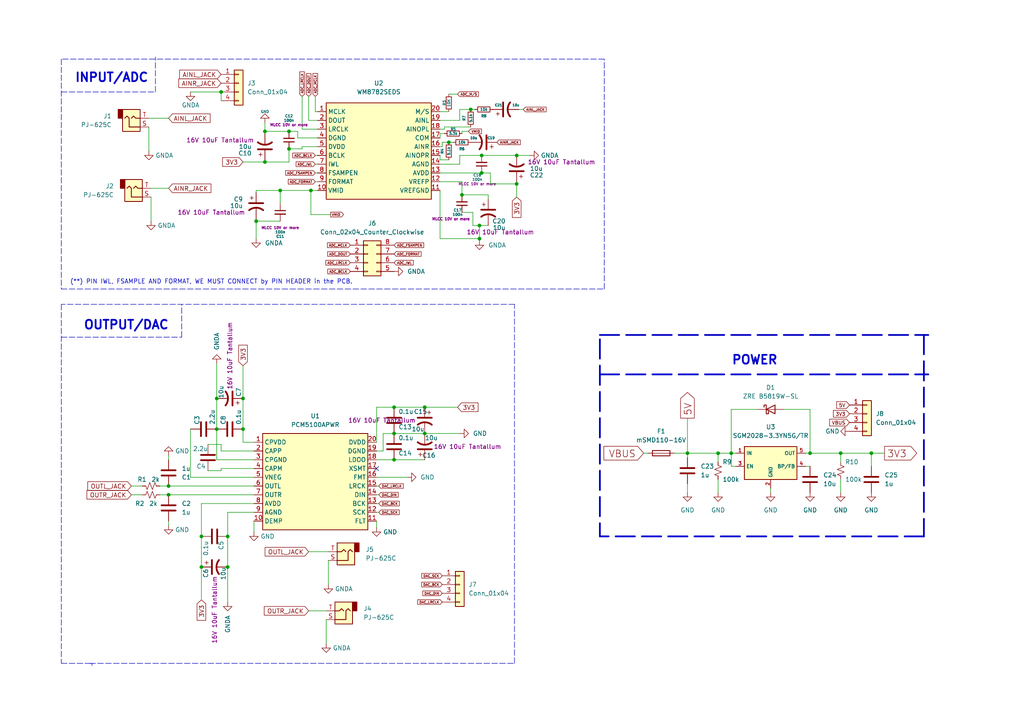
<source format=kicad_sch>
(kicad_sch (version 20211123) (generator eeschema)
  (paper "A4")
  (lib_symbols
    (symbol "Connector:AudioJack2"
      (property "Reference" "J" (at 0 8.89 0))
      (property "Value" "AudioJack2" (at 0 6.35 0))
      (symbol "AudioJack2_1_1"
        (pin passive line (at 5.08 2.54 180) (length 2.54) (name "~") (number "S"))
        (pin passive line (at 5.08 0 180) (length 2.54) (name "~") (number "T"))
      )
    )
    (symbol "Connector_Generic:Conn_01x04" (pin_names (offset 1.016) hide)
      (property "Reference" "J" (at 0 5.08 0))
      (property "Value" "Conn_01x04" (at 0 -7.62 0))
      (symbol "Conn_01x04_1_1"
        (pin passive line (at -5.08 2.54 0) (length 3.81) (name "Pin_1") (number "1"))
        (pin passive line (at -5.08 0 0) (length 3.81) (name "Pin_2") (number "2"))
        (pin passive line (at -5.08 -2.54 0) (length 3.81) (name "Pin_3") (number "3"))
        (pin passive line (at -5.08 -5.08 0) (length 3.81) (name "Pin_4") (number "4"))
      )
    )
    (symbol "Connector_Generic:Conn_02x04_Counter_Clockwise" (pin_names (offset 1.016) hide)
      (property "Reference" "J" (at 1.27 5.08 0))
      (property "Value" "Conn_02x04_Counter_Clockwise" (at 1.27 -7.62 0))
      (symbol "Conn_02x04_Counter_Clockwise_1_1"
        (pin passive line (at -5.08 2.54 0) (length 3.81) (name "Pin_1") (number "1"))
        (pin passive line (at -5.08 0 0) (length 3.81) (name "Pin_2") (number "2"))
        (pin passive line (at -5.08 -2.54 0) (length 3.81) (name "Pin_3") (number "3"))
        (pin passive line (at -5.08 -5.08 0) (length 3.81) (name "Pin_4") (number "4"))
        (pin passive line (at 7.62 -5.08 180) (length 3.81) (name "Pin_5") (number "5"))
        (pin passive line (at 7.62 -2.54 180) (length 3.81) (name "Pin_6") (number "6"))
        (pin passive line (at 7.62 0 180) (length 3.81) (name "Pin_7") (number "7"))
        (pin passive line (at 7.62 2.54 180) (length 3.81) (name "Pin_8") (number "8"))
      )
    )
    (symbol "Device:C" (pin_numbers hide) (pin_names (offset 0.254))
      (property "Reference" "C" (at 0.635 2.54 0))
      (property "Value" "C" (at 0.635 -2.54 0))
      (symbol "C_1_1"
        (pin passive line (at 0 3.81 270) (length 2.794) (name "~") (number "1"))
        (pin passive line (at 0 -3.81 90) (length 2.794) (name "~") (number "2"))
      )
    )
    (symbol "Device:CP1" (pin_numbers hide) (pin_names (offset 0.254) hide)
      (property "Reference" "C" (at 0.635 2.54 0))
      (property "Value" "CP1" (at 0.635 -2.54 0))
      (symbol "CP1_1_1"
        (pin passive line (at 0 3.81 270) (length 2.794) (name "~") (number "1"))
        (pin passive line (at 0 -3.81 90) (length 3.302) (name "~") (number "2"))
      )
    )
    (symbol "Device:C_Small" (pin_numbers hide) (pin_names (offset 0.254) hide)
      (property "Reference" "C" (at 0.254 1.778 0))
      (property "Value" "C_Small" (at 0.254 -2.032 0))
      (symbol "C_Small_1_1"
        (pin passive line (at 0 2.54 270) (length 2.032) (name "~") (number "1"))
        (pin passive line (at 0 -2.54 90) (length 2.032) (name "~") (number "2"))
      )
    )
    (symbol "Device:Fuse" (pin_numbers hide) (pin_names (offset 0))
      (property "Reference" "F" (at 2.032 0 90))
      (property "Value" "Fuse" (at -1.905 0 90))
      (symbol "Fuse_1_1"
        (pin passive line (at 0 3.81 270) (length 1.27) (name "~") (number "1"))
        (pin passive line (at 0 -3.81 90) (length 1.27) (name "~") (number "2"))
      )
    )
    (symbol "Device:R_Small" (pin_numbers hide) (pin_names (offset 0.254) hide)
      (property "Reference" "R" (at 0.762 0.508 0))
      (property "Value" "R_Small" (at 0.762 -1.016 0))
      (symbol "R_Small_1_1"
        (pin passive line (at 0 2.54 270) (length 0.762) (name "~") (number "1"))
        (pin passive line (at 0 -2.54 90) (length 0.762) (name "~") (number "2"))
      )
    )
    (symbol "Device:R_Small_US" (pin_numbers hide) (pin_names (offset 0.254) hide)
      (property "Reference" "R" (at 0.762 0.508 0))
      (property "Value" "R_Small_US" (at 0.762 -1.016 0))
      (symbol "R_Small_US_1_1"
        (pin passive line (at 0 2.54 270) (length 1.016) (name "~") (number "1"))
        (pin passive line (at 0 -2.54 90) (length 1.016) (name "~") (number "2"))
      )
    )
    (symbol "Diode:1N5711" (pin_numbers hide) (pin_names (offset 1.016) hide)
      (property "Reference" "D" (at 0 2.54 0))
      (property "Value" "1N5711" (at 0 -2.54 0))
      (symbol "1N5711_1_1"
        (pin passive line (at -3.81 0 0) (length 2.54) (name "K") (number "1"))
        (pin passive line (at 3.81 0 180) (length 2.54) (name "A") (number "2"))
      )
    )
    (symbol "acheron_Symbols:PCM5100APWR"
      (property "Reference" "U1" (at 0 22.86 0))
      (property "Value" "PCM5100APWR" (at 0 20.32 0))
      (symbol "PCM5100APWR_1_1"
        (pin input line (at -17.78 15.24 0) (length 2.54) (name "CPVDD") (number "1"))
        (pin input line (at -17.78 -7.62 0) (length 2.54) (name "DEMP") (number "10"))
        (pin input line (at 17.78 -7.62 180) (length 2.54) (name "FLT") (number "11"))
        (pin input line (at 17.78 -5.08 180) (length 2.54) (name "SCK") (number "12"))
        (pin input line (at 17.78 -2.54 180) (length 2.54) (name "BCK") (number "13"))
        (pin input line (at 17.78 0 180) (length 2.54) (name "DIN") (number "14"))
        (pin input line (at 17.78 2.54 180) (length 2.54) (name "LRCK") (number "15"))
        (pin input line (at 17.78 5.08 180) (length 2.54) (name "FMT") (number "16"))
        (pin input line (at 17.78 7.62 180) (length 2.54) (name "XSMT") (number "17"))
        (pin bidirectional line (at 17.78 10.16 180) (length 2.54) (name "LDOO") (number "18"))
        (pin bidirectional line (at 17.78 12.7 180) (length 2.54) (name "DGND") (number "19"))
        (pin output line (at -17.78 12.7 0) (length 2.54) (name "CAPP") (number "2"))
        (pin power_in line (at 17.78 15.24 180) (length 2.54) (name "DVDD") (number "20"))
        (pin bidirectional line (at -17.78 10.16 0) (length 2.54) (name "CPGND") (number "3"))
        (pin bidirectional line (at -17.78 7.62 0) (length 2.54) (name "CAPM") (number "4"))
        (pin output line (at -17.78 5.08 0) (length 2.54) (name "VNEG") (number "5"))
        (pin output line (at -17.78 2.54 0) (length 2.54) (name "OUTL") (number "6"))
        (pin output line (at -17.78 0 0) (length 2.54) (name "OUTR") (number "7"))
        (pin power_in line (at -17.78 -2.54 0) (length 2.54) (name "AVDD") (number "8"))
        (pin bidirectional line (at -17.78 -5.08 0) (length 2.54) (name "AGND") (number "9"))
      )
    )
    (symbol "acheron_Symbols:SGM2036"
      (property "Reference" "U" (at 0 10.16 0))
      (property "Value" "SGM2036" (at 0 7.62 0))
      (symbol "SGM2036_1_1"
        (pin power_in line (at -10.16 2.54 0) (length 2.54) (name "IN") (number "1"))
        (pin power_in line (at 0 -7.62 90) (length 2.54) (name "GND") (number "2"))
        (pin input line (at -10.16 -1.27 0) (length 2.54) (name "EN") (number "3"))
        (pin passive line (at 10.16 -1.27 180) (length 2.54) (name "BP/FB") (number "4"))
        (pin power_out line (at 10.16 2.54 180) (length 2.54) (name "OUT") (number "5"))
      )
    )
    (symbol "acheron_Symbols:WM8782SEDS"
      (property "Reference" "U2" (at 0 23.495 0))
      (property "Value" "WM8782SEDS" (at 0 20.955 0))
      (symbol "WM8782SEDS_1_1"
        (pin input line (at -17.78 15.24 0) (length 2.54) (name "MCLK") (number "1"))
        (pin bidirectional line (at -17.78 -7.62 0) (length 2.54) (name "VMID") (number "10"))
        (pin bidirectional line (at 17.78 -7.62 180) (length 2.54) (name "VREFGND") (number "11"))
        (pin bidirectional line (at 17.78 -5.08 180) (length 2.54) (name "VREFP") (number "12"))
        (pin bidirectional line (at 17.78 -2.54 180) (length 2.54) (name "AVDD") (number "13"))
        (pin bidirectional line (at 17.78 0 180) (length 2.54) (name "AGND") (number "14"))
        (pin bidirectional line (at 17.78 2.54 180) (length 2.54) (name "AINOPR") (number "15"))
        (pin bidirectional line (at 17.78 5.08 180) (length 2.54) (name "AINR") (number "16"))
        (pin bidirectional line (at 17.78 7.62 180) (length 2.54) (name "COM") (number "17"))
        (pin input line (at 17.78 10.16 180) (length 2.54) (name "AINOPL") (number "18"))
        (pin bidirectional line (at 17.78 12.7 180) (length 2.54) (name "AINL") (number "19"))
        (pin bidirectional line (at -17.78 12.7 0) (length 2.54) (name "DOUT") (number "2"))
        (pin bidirectional line (at 17.78 15.24 180) (length 2.54) (name "M/S") (number "20"))
        (pin input line (at -17.78 10.16 0) (length 2.54) (name "LRCLK") (number "3"))
        (pin bidirectional line (at -17.78 7.62 0) (length 2.54) (name "DGND") (number "4"))
        (pin bidirectional line (at -17.78 5.08 0) (length 2.54) (name "DVDD") (number "5"))
        (pin bidirectional line (at -17.78 2.54 0) (length 2.54) (name "BCLK") (number "6"))
        (pin bidirectional line (at -17.78 0 0) (length 2.54) (name "IWL") (number "7"))
        (pin bidirectional line (at -17.78 -2.54 0) (length 2.54) (name "FSAMPEN") (number "8"))
        (pin bidirectional line (at -17.78 -5.08 0) (length 2.54) (name "FORMAT") (number "9"))
      )
    )
    (symbol "power:GND" (power) (pin_names (offset 0))
      (property "Value" "GND" (at 0 -3.81 0))
      (symbol "GND_1_1"
        (pin power_in line (at 0 0 270) (length 0) hide (name "GND") (number "1"))
      )
    )
    (symbol "power:GNDA" (power) (pin_names (offset 0))
      (property "Value" "GNDA" (at 0 -3.81 0))
      (symbol "GNDA_1_1"
        (pin power_in line (at 0 0 270) (length 0) hide (name "GNDA") (number "1"))
      )
    )
  )
  (junction (at 66.04 164.465))
  (junction (at 66.04 155.575))
  (junction (at 123.19 125.73))
  (junction (at 199.39 131.445))
  (junction (at 114.3 133.35))
  (junction (at 58.42 155.575))
  (junction (at 139.7 45.085))
  (junction (at 70.485 124.46))
  (junction (at 139.065 69.215))
  (junction (at 83.82 43.18))
  (junction (at 76.835 38.1))
  (junction (at 114.3 118.11))
  (junction (at 81.28 55.245))
  (junction (at 252.73 131.445))
  (junction (at 62.865 124.46))
  (junction (at 139.065 65.405))
  (junction (at 208.28 131.445))
  (junction (at 234.95 131.445))
  (junction (at 83.82 38.1))
  (junction (at 133.985 56.515))
  (junction (at 48.895 143.51))
  (junction (at 64.135 26.67))
  (junction (at 243.84 131.445))
  (junction (at 136.525 31.75))
  (junction (at 114.3 125.73))
  (junction (at 130.175 41.275))
  (junction (at 70.485 115.57))
  (junction (at 58.42 164.465))
  (junction (at 62.865 115.57))
  (junction (at 149.86 45.085))
  (junction (at 149.86 53.34))
  (junction (at 74.295 64.135))
  (junction (at 48.895 140.97))
  (junction (at 76.835 46.99))
  (junction (at 90.17 55.245))
  (junction (at 123.19 118.11))
  (junction (at 212.09 131.445))
  (junction (at 139.7 50.165))
  (no_connect (at 109.22 135.89))
  (wire (pts (xy 70.485 128.27) (xy 73.66 128.27)))
  (wire (pts (xy 92.075 32.385) (xy 91.44 32.385)))
  (wire (pts (xy 199.39 131.445) (xy 199.39 132.715)))
  (wire (pts (xy 130.175 41.275) (xy 131.445 41.275)))
  (wire (pts (xy 70.485 124.46) (xy 70.485 115.57)))
  (wire (pts (xy 83.82 43.18) (xy 87.63 43.18)))
  (wire (pts (xy 91.44 52.705) (xy 92.075 52.705)))
  (wire (pts (xy 46.355 143.51) (xy 48.895 143.51)))
  (polyline (pts (xy 26.67 192.405) (xy 26.67 193.04)))
  (wire (pts (xy 127.635 42.545) (xy 128.27 42.545)))
  (wire (pts (xy 90.17 62.23) (xy 90.17 55.245)))
  (wire (pts (xy 87.63 37.465) (xy 92.075 37.465)))
  (wire (pts (xy 94.615 179.705) (xy 94.615 186.69)))
  (wire (pts (xy 139.065 65.405) (xy 137.16 65.405)))
  (wire (pts (xy 199.39 140.335) (xy 199.39 142.875)))
  (wire (pts (xy 127.635 45.085) (xy 127.635 46.355)))
  (wire (pts (xy 109.22 118.11) (xy 114.3 118.11)))
  (wire (pts (xy 91.44 47.625) (xy 92.075 47.625)))
  (wire (pts (xy 142.24 50.165) (xy 142.24 53.34)))
  (wire (pts (xy 153.67 45.085) (xy 149.86 45.085)))
  (wire (pts (xy 227.33 118.745) (xy 234.95 118.745)))
  (wire (pts (xy 114.3 118.11) (xy 123.19 118.11)))
  (polyline (pts (xy 17.78 192.405) (xy 26.67 192.405)))
  (wire (pts (xy 208.28 131.445) (xy 212.09 131.445)))
  (wire (pts (xy 109.22 133.35) (xy 114.3 133.35)))
  (wire (pts (xy 114.3 125.73) (xy 111.125 125.73)))
  (wire (pts (xy 109.22 146.05) (xy 109.855 146.05)))
  (wire (pts (xy 81.28 55.245) (xy 90.17 55.245)))
  (wire (pts (xy 114.3 133.35) (xy 123.19 133.35)))
  (wire (pts (xy 123.19 125.73) (xy 133.35 125.73)))
  (wire (pts (xy 74.295 64.135) (xy 74.295 63.5)))
  (polyline (pts (xy 173.99 97.155) (xy 269.24 97.155)) (stroke (width 0.508) (type dash)))
  (wire (pts (xy 212.09 131.445) (xy 213.36 131.445)))
  (wire (pts (xy 94.615 177.165) (xy 89.535 177.165)))
  (wire (pts (xy 127.635 40.005) (xy 127.635 38.735)))
  (wire (pts (xy 123.19 118.11) (xy 132.715 118.11)))
  (wire (pts (xy 58.42 164.465) (xy 58.42 173.99)))
  (wire (pts (xy 127.635 47.625) (xy 133.35 47.625)))
  (wire (pts (xy 137.16 65.405) (xy 137.16 61.595)))
  (wire (pts (xy 58.42 155.575) (xy 58.42 164.465)))
  (wire (pts (xy 62.865 124.46) (xy 62.865 115.57)))
  (wire (pts (xy 212.09 131.445) (xy 212.09 135.255)))
  (wire (pts (xy 234.95 118.745) (xy 234.95 131.445)))
  (polyline (pts (xy 17.78 83.82) (xy 175.26 83.82)))
  (wire (pts (xy 43.18 36.83) (xy 43.18 43.815)))
  (wire (pts (xy 64.135 26.67) (xy 64.135 29.21)))
  (wire (pts (xy 233.68 131.445) (xy 234.95 131.445)))
  (wire (pts (xy 70.485 115.57) (xy 70.485 106.045)))
  (wire (pts (xy 133.35 45.085) (xy 139.7 45.085)))
  (wire (pts (xy 133.35 31.75) (xy 136.525 31.75)))
  (wire (pts (xy 109.22 151.13) (xy 109.22 153.035)))
  (wire (pts (xy 109.22 140.97) (xy 109.855 140.97)))
  (wire (pts (xy 76.835 46.99) (xy 83.82 46.99)))
  (wire (pts (xy 128.27 42.545) (xy 128.27 41.275)))
  (wire (pts (xy 66.04 155.575) (xy 66.04 164.465)))
  (wire (pts (xy 62.865 133.35) (xy 73.66 133.35)))
  (polyline (pts (xy 173.99 98.425) (xy 173.99 155.575)) (stroke (width 0.508) (type dash)))
  (polyline (pts (xy 17.78 26.67) (xy 45.085 26.67)))
  (wire (pts (xy 58.42 155.575) (xy 58.42 146.05)))
  (polyline (pts (xy 149.225 192.405) (xy 149.225 88.265)))
  (wire (pts (xy 208.28 139.065) (xy 208.28 142.875)))
  (wire (pts (xy 55.245 138.43) (xy 73.66 138.43)))
  (wire (pts (xy 149.86 57.15) (xy 149.86 53.34)))
  (wire (pts (xy 127.635 34.925) (xy 133.35 34.925)))
  (wire (pts (xy 38.1 140.97) (xy 41.275 140.97)))
  (wire (pts (xy 114.3 125.73) (xy 123.19 125.73)))
  (polyline (pts (xy 175.26 83.82) (xy 175.26 17.145)))
  (wire (pts (xy 151.765 31.75) (xy 150.495 31.75)))
  (wire (pts (xy 111.125 125.73) (xy 111.125 130.81)))
  (wire (pts (xy 212.09 131.445) (xy 212.09 118.745)))
  (wire (pts (xy 83.82 46.99) (xy 83.82 43.18)))
  (wire (pts (xy 95.25 160.02) (xy 89.535 160.02)))
  (wire (pts (xy 48.895 152.4) (xy 48.895 151.13)))
  (wire (pts (xy 243.84 131.445) (xy 252.73 131.445)))
  (wire (pts (xy 141.605 56.515) (xy 141.605 57.785)))
  (wire (pts (xy 48.895 143.51) (xy 73.66 143.51)))
  (wire (pts (xy 46.355 140.97) (xy 48.895 140.97)))
  (wire (pts (xy 243.84 139.065) (xy 243.84 142.875)))
  (wire (pts (xy 149.86 53.34) (xy 149.86 52.705)))
  (polyline (pts (xy 17.78 88.265) (xy 17.78 192.405)))
  (wire (pts (xy 66.04 155.575) (xy 66.04 148.59)))
  (wire (pts (xy 127.635 32.385) (xy 130.175 32.385)))
  (wire (pts (xy 127.635 69.215) (xy 139.065 69.215)))
  (wire (pts (xy 133.985 52.705) (xy 133.985 56.515)))
  (wire (pts (xy 127.635 52.705) (xy 133.985 52.705)))
  (polyline (pts (xy 52.705 97.79) (xy 52.705 88.265)))
  (wire (pts (xy 76.835 35.56) (xy 76.835 38.1)))
  (wire (pts (xy 89.535 34.925) (xy 92.075 34.925)))
  (wire (pts (xy 87.63 43.18) (xy 87.63 42.545)))
  (wire (pts (xy 62.865 115.57) (xy 62.865 105.41)))
  (wire (pts (xy 76.835 38.1) (xy 83.82 38.1)))
  (polyline (pts (xy 267.97 97.155) (xy 267.97 155.575)) (stroke (width 0.508) (type dash)))
  (wire (pts (xy 43.815 54.61) (xy 48.895 54.61)))
  (polyline (pts (xy 17.78 17.145) (xy 17.78 83.82)))
  (wire (pts (xy 64.135 136.525) (xy 64.135 135.89)))
  (wire (pts (xy 139.065 69.215) (xy 139.065 69.85)))
  (polyline (pts (xy 173.99 108.585) (xy 269.24 108.585)) (stroke (width 0.508) (type dash)))
  (polyline (pts (xy 149.225 88.265) (xy 17.78 88.265)))
  (wire (pts (xy 111.125 130.81) (xy 109.22 130.81)))
  (wire (pts (xy 133.985 38.1) (xy 133.985 38.735)))
  (wire (pts (xy 252.73 131.445) (xy 252.73 135.255)))
  (wire (pts (xy 81.28 55.245) (xy 81.28 59.055)))
  (wire (pts (xy 66.04 148.59) (xy 73.66 148.59)))
  (wire (pts (xy 73.66 151.13) (xy 73.66 154.305)))
  (wire (pts (xy 55.245 26.67) (xy 64.135 26.67)))
  (wire (pts (xy 208.28 131.445) (xy 208.28 133.985)))
  (wire (pts (xy 58.42 146.05) (xy 73.66 146.05)))
  (wire (pts (xy 141.605 65.405) (xy 139.065 65.405)))
  (wire (pts (xy 233.68 135.255) (xy 234.95 135.255)))
  (wire (pts (xy 62.865 124.46) (xy 62.865 133.35)))
  (wire (pts (xy 137.16 61.595) (xy 133.985 61.595)))
  (wire (pts (xy 70.485 124.46) (xy 70.485 128.27)))
  (polyline (pts (xy 17.78 97.79) (xy 52.705 97.79)))
  (wire (pts (xy 133.985 56.515) (xy 141.605 56.515)))
  (wire (pts (xy 109.22 143.51) (xy 109.855 143.51)))
  (wire (pts (xy 95.25 162.56) (xy 95.25 169.545)))
  (wire (pts (xy 91.44 50.165) (xy 92.075 50.165)))
  (wire (pts (xy 87.63 27.94) (xy 87.63 37.465)))
  (wire (pts (xy 186.69 131.445) (xy 187.96 131.445)))
  (wire (pts (xy 38.1 143.51) (xy 41.275 143.51)))
  (wire (pts (xy 64.135 135.89) (xy 73.66 135.89)))
  (wire (pts (xy 252.73 131.445) (xy 256.54 131.445)))
  (wire (pts (xy 92.075 40.005) (xy 86.36 40.005)))
  (wire (pts (xy 130.175 27.305) (xy 132.715 27.305)))
  (wire (pts (xy 142.24 53.34) (xy 149.86 53.34)))
  (wire (pts (xy 109.22 128.27) (xy 109.22 118.11)))
  (wire (pts (xy 60.325 128.905) (xy 64.135 128.905)))
  (wire (pts (xy 109.22 138.43) (xy 118.11 138.43)))
  (wire (pts (xy 74.295 64.135) (xy 74.295 69.215)))
  (wire (pts (xy 127.635 46.355) (xy 130.175 46.355)))
  (wire (pts (xy 243.84 131.445) (xy 243.84 133.985)))
  (wire (pts (xy 87.63 42.545) (xy 92.075 42.545)))
  (polyline (pts (xy 45.085 26.67) (xy 45.085 16.51)))
  (polyline (pts (xy 175.26 17.145) (xy 17.78 17.145)))
  (wire (pts (xy 195.58 131.445) (xy 199.39 131.445)))
  (wire (pts (xy 212.09 118.745) (xy 219.71 118.745)))
  (wire (pts (xy 60.325 136.525) (xy 64.135 136.525)))
  (wire (pts (xy 199.39 131.445) (xy 208.28 131.445)))
  (wire (pts (xy 133.35 34.925) (xy 133.35 31.75)))
  (wire (pts (xy 127.635 50.165) (xy 139.7 50.165)))
  (wire (pts (xy 55.245 124.46) (xy 55.245 138.43)))
  (wire (pts (xy 90.17 55.245) (xy 92.075 55.245)))
  (wire (pts (xy 128.27 41.275) (xy 130.175 41.275)))
  (wire (pts (xy 199.39 121.285) (xy 199.39 131.445)))
  (wire (pts (xy 234.95 131.445) (xy 243.84 131.445)))
  (wire (pts (xy 74.295 64.135) (xy 81.28 64.135)))
  (wire (pts (xy 74.295 55.245) (xy 81.28 55.245)))
  (wire (pts (xy 91.44 45.085) (xy 92.075 45.085)))
  (wire (pts (xy 109.22 148.59) (xy 109.855 148.59)))
  (wire (pts (xy 127.635 38.735) (xy 128.905 38.735)))
  (wire (pts (xy 86.36 38.1) (xy 83.82 38.1)))
  (wire (pts (xy 48.895 140.97) (xy 73.66 140.97)))
  (wire (pts (xy 70.485 46.99) (xy 76.835 46.99)))
  (wire (pts (xy 89.535 27.94) (xy 89.535 34.925)))
  (wire (pts (xy 135.89 38.1) (xy 133.985 38.1)))
  (wire (pts (xy 127.635 37.465) (xy 128.905 37.465)))
  (wire (pts (xy 43.815 57.15) (xy 43.815 64.135)))
  (wire (pts (xy 128.905 36.83) (xy 136.525 36.83)))
  (wire (pts (xy 48.895 132.08) (xy 48.895 133.35)))
  (wire (pts (xy 127.635 55.245) (xy 127.635 69.215)))
  (wire (pts (xy 133.35 45.085) (xy 133.35 47.625)))
  (wire (pts (xy 128.905 37.465) (xy 128.905 36.83)))
  (wire (pts (xy 139.065 65.405) (xy 139.065 69.215)))
  (polyline (pts (xy 267.97 155.575) (xy 173.99 155.575)) (stroke (width 0.508) (type dash)))
  (wire (pts (xy 139.7 50.165) (xy 142.24 50.165)))
  (wire (pts (xy 223.52 141.605) (xy 223.52 142.875)))
  (wire (pts (xy 43.18 34.29) (xy 48.895 34.29)))
  (wire (pts (xy 76.835 46.99) (xy 76.835 46.355)))
  (wire (pts (xy 64.135 130.81) (xy 73.66 130.81)))
  (wire (pts (xy 91.44 32.385) (xy 91.44 27.94)))
  (wire (pts (xy 136.525 31.75) (xy 137.795 31.75)))
  (wire (pts (xy 66.04 164.465) (xy 66.04 174.625)))
  (wire (pts (xy 86.36 40.005) (xy 86.36 38.1)))
  (wire (pts (xy 95.885 62.23) (xy 90.17 62.23)))
  (wire (pts (xy 213.36 135.255) (xy 212.09 135.255)))
  (wire (pts (xy 74.295 55.245) (xy 74.295 55.88)))
  (wire (pts (xy 64.135 128.905) (xy 64.135 130.81)))
  (polyline (pts (xy 26.035 192.405) (xy 149.225 192.405)))
  (wire (pts (xy 76.835 38.1) (xy 76.835 38.735)))
  (wire (pts (xy 139.7 45.085) (xy 149.86 45.085)))
  (text "OUTPUT/DAC" (at 24.13 95.885 0) (effects (font (size 2.54 2.54) (thickness 0.508) bold) (justify left bottom)))
  (text "POWER" (at 212.09 106.045 0) (effects (font (size 2.54 2.54) (thickness 0.508) bold) (justify left bottom)))
  (text "(**) PIN IWL, FSAMPLE AND FORMAT, WE MUST CONNECT by PIN HEADER in the PCB." (at 20.32 82.55 0) (effects (font (size 1.27 1.27)) (justify left bottom)))
  (text "INPUT/ADC" (at 21.59 24.13 0) (effects (font (size 2.54 2.54) (thickness 0.508) bold) (justify left bottom)))
  (global_label "AINL_JACK" (shape input) (at 151.765 31.75 0) (effects (font (size 0.7 0.7))) (property "Intersheet References" "${INTERSHEET_REFS}" (effects hide)))
  (global_label "VBUS" (shape input) (at 186.69 131.445 180) (effects (font (size 2 2))) (property "Intersheet References" "${INTERSHEET_REFS}" (effects hide)))
  (global_label "DAC_DIN" (shape input) (at 128.27 172.085 180) (effects (font (size 0.7 0.7))) (property "Intersheet References" "${INTERSHEET_REFS}" (effects hide)))
  (global_label "ADC_FORMAT" (shape input) (at 114.3 73.66 0) (effects (font (size 0.7 0.7))) (property "Intersheet References" "${INTERSHEET_REFS}" (effects hide)))
  (global_label "ADC_MCLK" (shape input) (at 101.6 71.12 180) (effects (font (size 0.7 0.7))) (property "Intersheet References" "${INTERSHEET_REFS}" (effects hide)))
  (global_label "OUTL_JACK" (shape input) (at 38.1 140.97 180) (property "Intersheet References" "${INTERSHEET_REFS}" (effects hide)))
  (global_label "3V3" (shape input) (at 132.715 118.11 0) (property "Intersheet References" "${INTERSHEET_REFS}" (effects hide)))
  (global_label "3V3" (shape output) (at 256.54 131.445 0) (effects (font (size 2 2))) (property "Intersheet References" "${INTERSHEET_REFS}" (effects hide)))
  (global_label "AINL_JACK" (shape input) (at 64.135 21.59 180) (property "Intersheet References" "${INTERSHEET_REFS}" (effects hide)))
  (global_label "3V3" (shape input) (at 70.485 46.99 180) (property "Intersheet References" "${INTERSHEET_REFS}" (effects hide)))
  (global_label "DAC_SCK" (shape input) (at 109.855 148.59 0) (effects (font (size 0.7 0.7))) (property "Intersheet References" "${INTERSHEET_REFS}" (effects hide)))
  (global_label "ADC_IWL" (shape input) (at 114.3 76.2 0) (effects (font (size 0.7 0.7))) (property "Intersheet References" "${INTERSHEET_REFS}" (effects hide)))
  (global_label "ADC_FORMAT" (shape input) (at 91.44 52.705 180) (effects (font (size 0.7 0.7))) (property "Intersheet References" "${INTERSHEET_REFS}" (effects hide)))
  (global_label "AINR_JACK" (shape input) (at 64.135 24.13 180) (property "Intersheet References" "${INTERSHEET_REFS}" (effects hide)))
  (global_label "3V3" (shape input) (at 70.485 106.045 90) (property "Intersheet References" "${INTERSHEET_REFS}" (effects hide)))
  (global_label "5V" (shape input) (at 246.38 117.475 180) (effects (font (size 1 1))) (property "Intersheet References" "${INTERSHEET_REFS}" (effects hide)))
  (global_label "ADC_FSAMPEN" (shape input) (at 91.44 50.165 180) (effects (font (size 0.7 0.7))) (property "Intersheet References" "${INTERSHEET_REFS}" (effects hide)))
  (global_label "AINR_JACK" (shape input) (at 48.895 54.61 0) (property "Intersheet References" "${INTERSHEET_REFS}" (effects hide)))
  (global_label "DAC_LRCLK" (shape input) (at 109.855 140.97 0) (effects (font (size 0.7 0.7))) (property "Intersheet References" "${INTERSHEET_REFS}" (effects hide)))
  (global_label "AINL_JACK" (shape input) (at 48.895 34.29 0) (property "Intersheet References" "${INTERSHEET_REFS}" (effects hide)))
  (global_label "AINR_JACK" (shape input) (at 144.145 41.275 0) (effects (font (size 0.7 0.7))) (property "Intersheet References" "${INTERSHEET_REFS}" (effects hide)))
  (global_label "DAC_BCK" (shape input) (at 109.855 146.05 0) (effects (font (size 0.7 0.7))) (property "Intersheet References" "${INTERSHEET_REFS}" (effects hide)))
  (global_label "ADC_FSAMPEN" (shape input) (at 114.3 71.12 0) (effects (font (size 0.7 0.7))) (property "Intersheet References" "${INTERSHEET_REFS}" (effects hide)))
  (global_label "VMID" (shape output) (at 95.885 62.23 0) (effects (font (size 0.7 0.7))) (property "Intersheet References" "${INTERSHEET_REFS}" (effects hide)))
  (global_label "DAC_BCK" (shape input) (at 128.27 169.545 180) (effects (font (size 0.7 0.7))) (property "Intersheet References" "${INTERSHEET_REFS}" (effects hide)))
  (global_label "DAC_DIN" (shape input) (at 109.855 143.51 0) (effects (font (size 0.7 0.7))) (property "Intersheet References" "${INTERSHEET_REFS}" (effects hide)))
  (global_label "VBUS" (shape input) (at 246.38 122.555 180) (effects (font (size 1 1))) (property "Intersheet References" "${INTERSHEET_REFS}" (effects hide)))
  (global_label "ADC_BCLK" (shape input) (at 91.44 45.085 180) (effects (font (size 0.7 0.7))) (property "Intersheet References" "${INTERSHEET_REFS}" (effects hide)))
  (global_label "ADC_BCLK" (shape input) (at 101.6 78.74 180) (effects (font (size 0.7 0.7))) (property "Intersheet References" "${INTERSHEET_REFS}" (effects hide)))
  (global_label "ADC_MCLK" (shape input) (at 91.44 27.94 90) (effects (font (size 0.7 0.7))) (property "Intersheet References" "${INTERSHEET_REFS}" (effects hide)))
  (global_label "OUTR_JACK" (shape input) (at 38.1 143.51 180) (property "Intersheet References" "${INTERSHEET_REFS}" (effects hide)))
  (global_label "3V3" (shape input) (at 246.38 120.015 180) (effects (font (size 1 1))) (property "Intersheet References" "${INTERSHEET_REFS}" (effects hide)))
  (global_label "5V" (shape output) (at 199.39 121.285 90) (effects (font (size 2 2))) (property "Intersheet References" "${INTERSHEET_REFS}" (effects hide)))
  (global_label "VMID" (shape input) (at 135.89 38.1 0) (effects (font (size 0.7 0.7))) (property "Intersheet References" "${INTERSHEET_REFS}" (effects hide)))
  (global_label "DAC_LRCLK" (shape input) (at 128.27 174.625 180) (effects (font (size 0.7 0.7))) (property "Intersheet References" "${INTERSHEET_REFS}" (effects hide)))
  (global_label "ADC_IWL" (shape input) (at 91.44 47.625 180) (effects (font (size 0.7 0.7))) (property "Intersheet References" "${INTERSHEET_REFS}" (effects hide)))
  (global_label "ADC_LRCLK" (shape input) (at 87.63 27.94 90) (effects (font (size 0.7 0.7))) (property "Intersheet References" "${INTERSHEET_REFS}" (effects hide)))
  (global_label "ADC_DOUT" (shape input) (at 101.6 73.66 180) (effects (font (size 0.7 0.7))) (property "Intersheet References" "${INTERSHEET_REFS}" (effects hide)))
  (global_label "OUTR_JACK" (shape input) (at 89.535 177.165 180) (property "Intersheet References" "${INTERSHEET_REFS}" (effects hide)))
  (global_label "ADC_DOUT" (shape input) (at 89.535 27.94 90) (effects (font (size 0.7 0.7))) (property "Intersheet References" "${INTERSHEET_REFS}" (effects hide)))
  (global_label "3V3" (shape input) (at 149.86 57.15 270) (property "Intersheet References" "${INTERSHEET_REFS}" (effects hide)))
  (global_label "OUTL_JACK" (shape input) (at 89.535 160.02 180) (property "Intersheet References" "${INTERSHEET_REFS}" (effects hide)))
  (global_label "3V3" (shape input) (at 58.42 173.99 270) (property "Intersheet References" "${INTERSHEET_REFS}" (effects hide)))
  (global_label "ADC_LRCLK" (shape input) (at 101.6 76.2 180) (effects (font (size 0.7 0.7))) (property "Intersheet References" "${INTERSHEET_REFS}" (effects hide)))
  (global_label "DAC_SCK" (shape input) (at 128.27 167.005 180) (effects (font (size 0.7 0.7))) (property "Intersheet References" "${INTERSHEET_REFS}" (effects hide)))
  (global_label "ADC_M{slash}S" (shape input) (at 132.715 27.305 0) (effects (font (size 0.7 0.7))) (property "Intersheet References" "${INTERSHEET_REFS}" (effects hide)))
  (symbol (lib_id "Device:R_Small") (at 130.175 29.845 0) (unit 1)
    (property "Reference" "R3" (at 128.905 29.845 90) (effects (font (size 0.762 0.762))))
    (property "Value" "10K" (at 130.175 29.8449 90) (effects (font (size 0.762 0.762))))
    (property "Footprint" "Resistor_SMD:R_0603_1608Metric" (effects hide))
    (property "Package" "0603" (effects hide))
    (property "Manufacturer" "YAGEO" (effects hide))
    (property "Manufacturer Part Number" "RC0603JR-0710KL" (effects hide))
    (property "Vendor Part Number" "C99198" (effects hide))
    (property "LCSC Part #" "C99198" (effects hide))
    (property "Quantity" "1" (effects hide))
  )
  (symbol (lib_id "Device:C_Small") (at 133.985 59.055 180) (unit 1)
    (property "Reference" "C17" (at 132.715 60.96 0) (effects (font (size 0.762 0.762))))
    (property "Value" "100n" (at 132.715 62.23 0) (effects (font (size 0.762 0.762))))
    (property "Footprint" "Capacitor_SMD:C_0603_1608Metric" (effects hide))
    (property "Package" "0603" (effects hide))
    (property "Specification" "MLCC 10V or more" (at 130.81 63.5 0) (effects (font (size 0.762 0.762))))
    (property "Manufacturer" "Walsin Tech Corp" (effects hide))
    (property "Manufacturer Part Number" "0603B104K160CT" (effects hide))
    (property "Description" "16V 100nF X7R ±10% 0603 Multilayer Ceramic Capacitors MLCC - SMD/SMT ROHS" (effects hide))
    (property "Vendor Part Number" "C80516" (effects hide))
    (property "LCSC Part #" "C80516" (effects hide))
    (property "Quantity" "4" (effects hide))
  )
  (symbol (lib_id "Connector_Generic:Conn_02x04_Counter_Clockwise") (at 106.68 73.66 0) (unit 1)
    (property "Reference" "J6" (at 107.95 64.77 0))
    (property "Value" "Conn_02x04_Counter_Clockwise" (at 107.95 67.31 0))
    (property "Footprint" "Connector_PinHeader_1.27mm:PinHeader_2x04_P1.27mm_Horizontal" (effects hide))
    (property "Manufacturer" "XFCN" (effects hide))
    (property "Manufacturer Part Number" "PZ127V-12-08-0720" (effects hide))
    (property "Package" "Straight,P=1.27mm" (effects hide))
    (property "Vendor Part Number" "C541878" (effects hide))
    (property "LCSC Part #" "C541878" (effects hide))
    (property "Quantity" "1" (effects hide))
  )
  (symbol (lib_id "power:GND") (at 109.22 153.035 0) (unit 1)
    (property "Reference" "#PWR013" (effects hide))
    (property "Value" "GND" (at 111.125 154.3049 0) (effects (justify left)))
  )
  (symbol (lib_id "acheron_Symbols:WM8782SEDS") (at 109.855 47.625 0) (unit 1)
    (property "Reference" "U2" (at 109.855 24.13 0))
    (property "Value" "WM8782SEDS" (at 109.855 26.67 0))
    (property "Footprint" "Package_SO:SSOP-20_5.3x7.2mm_P0.65mm" (effects hide))
    (property "Datasheet" "https://datasheet.lcsc.com/lcsc/1811081623_Cirrus-Logic-WM8782SEDS-RV_C323842.pdf" (effects hide))
    (property "Manufacturer" "Cirrus Logic" (effects hide))
    (property "Package" "SSOP-20" (effects hide))
    (property "Manufacturer Part Number" "WM8782SEDS" (effects hide))
    (property "Vendor Part Number" "C323842" (effects hide))
    (property "LCSC Part #" "C323842" (effects hide))
    (property "Quantity" "1" (effects hide))
  )
  (symbol (lib_id "Device:R_Small") (at 136.525 34.29 180) (unit 1)
    (property "Reference" "R7" (at 134.62 34.29 90) (effects (font (size 0.762 0.762))))
    (property "Value" "5.1k" (at 136.525 34.2901 90) (effects (font (size 0.762 0.762))))
    (property "Footprint" "Resistor_SMD:R_0603_1608Metric" (effects hide))
    (property "Package" "0603" (effects hide))
    (property "Manufacturer" "FH (Guangdong Fenghua Advanced Tech)" (effects hide))
    (property "Manufacturer Part Number" "RS-03K5101FT" (effects hide))
    (property "Vendor Part Number" "C156350" (effects hide))
    (property "LCSC Part #" "C156350" (effects hide))
    (property "Quantity" "2" (effects hide))
  )
  (symbol (lib_id "Connector_Generic:Conn_01x04") (at 133.35 169.545 0) (unit 1)
    (property "Reference" "J7" (at 135.89 169.5449 0) (effects (justify left)))
    (property "Value" "Conn_01x04" (at 135.89 172.0849 0) (effects (justify left)))
    (property "Footprint" "Connector_PinHeader_1.27mm:PinHeader_1x04_P1.27mm_Horizontal" (effects hide))
    (property "Manufacturer" "DEALON" (effects hide))
    (property "Manufacturer Part Number" "DZ127R-11-04-25" (effects hide))
    (property "Package" "Straight,P=1.27mm" (effects hide))
    (property "Vendor Part Number" "C2935944" (effects hide))
    (property "LCSC Part #" "C2935944" (effects hide))
    (property "Quantity" "2" (effects hide))
  )
  (symbol (lib_id "Connector_Generic:Conn_01x04") (at 251.46 120.015 0) (unit 1)
    (property "Reference" "J8" (at 254 120.0149 0) (effects (justify left)))
    (property "Value" "Conn_01x04" (at 254 122.5549 0) (effects (justify left)))
    (property "Footprint" "Connector_PinHeader_1.27mm:PinHeader_1x04_P1.27mm_Horizontal" (effects hide))
    (property "Manufacturer" "DEALON" (effects hide))
    (property "Manufacturer Part Number" "DZ127R-11-04-25" (effects hide))
    (property "Package" "Straight,P=1.27mm" (effects hide))
    (property "Vendor Part Number" "C2935944" (effects hide))
    (property "LCSC Part #" "C2935944" (effects hide))
    (property "Quantity" "2" (effects hide))
  )
  (symbol (lib_id "power:GNDA") (at 43.18 43.815 0) (unit 1)
    (property "Reference" "#PWR01" (effects hide))
    (property "Value" "GNDA" (at 45.085 45.0849 0) (effects (justify left)))
  )
  (symbol (lib_id "Connector_Generic:Conn_01x04") (at 69.215 24.13 0) (unit 1)
    (property "Reference" "J3" (at 71.755 24.1299 0) (effects (justify left)))
    (property "Value" "Conn_01x04" (at 71.755 26.6699 0) (effects (justify left)))
    (property "Footprint" "Connector_PinHeader_1.27mm:PinHeader_1x04_P1.27mm_Horizontal" (effects hide))
    (property "Manufacturer" "DEALON" (effects hide))
    (property "Manufacturer Part Number" "DZ127R-11-04-25" (effects hide))
    (property "Package" "Straight,P=1.27mm" (effects hide))
    (property "Vendor Part Number" "C2935944" (effects hide))
    (property "LCSC Part #" "C2935944" (effects hide))
    (property "Quantity" "2" (effects hide))
  )
  (symbol (lib_id "Connector:AudioJack2") (at 100.33 160.02 180) (unit 1)
    (property "Reference" "J5" (at 106.045 159.3849 0) (effects (justify right)))
    (property "Value" "PJ-625C" (at 106.045 161.9249 0) (effects (justify right)))
    (property "Footprint" "Connector_Audio:Jack_6.35mm_Neutrik_NMJ6HFD2-AU_Horizontal" (effects hide))
    (property "Datasheet" "https://datasheet.lcsc.com/lcsc/1912111437_HOOYA-PJ-625C_C309291.pdf" (effects hide))
    (property "Manufacturer Part Number" "PJ-625C" (effects hide))
    (property "Manufacturer" "HOOYA" (effects hide))
    (property "Package" "Plugin" (effects hide))
    (property "Vendor Part Number" "C309291" (effects hide))
    (property "LCSC Part #" "C309291" (effects hide))
    (property "Quantity" "4" (effects hide))
  )
  (symbol (lib_id "power:GNDA") (at 153.67 45.085 90) (unit 1)
    (property "Reference" "#PWR018" (effects hide))
    (property "Value" "GNDA" (at 156.845 45.0849 90) (effects (justify right)))
  )
  (symbol (lib_id "Device:CP1") (at 146.685 31.75 90) (unit 1)
    (property "Reference" "C21" (at 143.51 30.48 90) (effects (font (size 0.7 0.7)) (justify right)))
    (property "Value" "10u" (at 148.59 30.48 90) (effects (font (size 0.7 0.7)) (justify right)))
    (property "Footprint" "Capacitor_Tantalum_SMD:CP_EIA-3216-18_Kemet-A" (effects hide))
    (property "Package" "C3216 (CASE A)" (effects hide))
    (property "Specification" "16V 10uF Tantallum" (effects hide))
    (property "Manufacturer" "AVX" (effects hide))
    (property "Manufacturer Part Number" "TAJA106K016RNJ" (effects hide))
    (property "Vendor Part Number" "C7171" (effects hide))
    (property "Description" "10uF 16V -55℃~+125℃ 3Ω@100kHz ±10% CASE-A_3216 Tantalum Capacitors ROHS" (effects hide))
    (property "LCSC Part #" "C7171" (effects hide))
    (property "Quantity" "10" (effects hide))
  )
  (symbol (lib_id "Device:CP1") (at 140.335 41.275 270) (mirror x) (unit 1)
    (property "Reference" "C19" (at 143.51 40.005 90) (effects (font (size 0.7 0.7)) (justify right)))
    (property "Value" "10u" (at 138.43 40.005 90) (effects (font (size 0.7 0.7)) (justify right)))
    (property "Footprint" "Capacitor_Tantalum_SMD:CP_EIA-3216-18_Kemet-A" (effects hide))
    (property "Package" "C3216 (CASE A)" (effects hide))
    (property "Specification" "16V 10uF Tantallum" (effects hide))
    (property "Manufacturer" "AVX" (effects hide))
    (property "Manufacturer Part Number" "TAJA106K016RNJ" (effects hide))
    (property "Vendor Part Number" "C7171" (effects hide))
    (property "Description" "10uF 16V -55℃~+125℃ 3Ω@100kHz ±10% CASE-A_3216 Tantalum Capacitors ROHS" (effects hide))
    (property "LCSC Part #" "C7171" (effects hide))
    (property "Quantity" "10" (effects hide))
  )
  (symbol (lib_id "Device:C") (at 114.3 129.54 180) (unit 1)
    (property "Reference" "C14" (at 115.57 131.445 0) (effects (justify right)))
    (property "Value" "0.1u" (at 115.57 127 0) (effects (justify right)))
    (property "Footprint" "Capacitor_SMD:C_0805_2012Metric" (effects hide))
    (property "Package" "0805" (effects hide))
    (property "Manufacturer" "Taiyo Yuden" (effects hide))
    (property "Manufacturer Part Number" "UMK107AB7105KA-T" (effects hide))
    (property "Description" "50V 100nF 2X1 ±10% 0805 Multilayer Ceramic Capacitors MLCC - SMD/SMT ROHS" (effects hide))
    (property "Vendor Part Number" "C126469" (effects hide))
    (property "LCSC Part #" "C126469" (effects hide))
    (property "Quantity" "4" (effects hide))
  )
  (symbol (lib_id "Diode:1N5711") (at 223.52 118.745 0) (unit 1)
    (property "Reference" "D1" (at 223.52 112.395 0))
    (property "Value" "ZRE B5819W-SL" (at 223.52 114.935 0))
    (property "Footprint" "Diode_SMD:D_SOD-123" (effects hide))
    (property "Manufacturer" "ZRE" (effects hide))
    (property "Manufacturer Part Number" "B5819W-SL" (effects hide))
    (property "Package" "SOD-123" (effects hide))
    (property "Description" "1mA@20V 40V Single 750mV@3A 1A SOD-123 Schottky Barrier Diodes (SBD) ROHS" (effects hide))
    (property "Reference" "D1" (effects hide))
    (property "Value" "ZRE B5819W-SL" (effects hide))
    (property "Vendor Part Number" "C779676" (effects hide))
    (property "LCSC Part #" "C779676" (effects hide))
    (property "Quantity" "1" (effects hide))
  )
  (symbol (lib_id "Device:C") (at 252.73 139.065 0) (unit 1)
    (property "Reference" "C25" (at 256.54 137.7949 0) (effects (justify left)))
    (property "Value" "1u" (at 256.54 140.3349 0) (effects (justify left)))
    (property "Footprint" "Capacitor_SMD:C_0603_1608Metric" (effects hide))
    (property "Package" "0603" (effects hide))
    (property "Manufacturer" "FH (Guangdong Fenghua Advanced Tech)" (effects hide))
    (property "Manufacturer Part Number" "0603F105M160NT" (effects hide))
    (property "Description" "16V 1uF Y5V ±20% 0603 Multilayer Ceramic Capacitors MLCC - SMD/SMT ROHS" (effects hide))
    (property "Vendor Part Number" "C1689" (effects hide))
    (property "LCSC Part #" "C1689" (effects hide))
    (property "Quantity" "4" (effects hide))
  )
  (symbol (lib_id "Device:R_Small_US") (at 208.28 136.525 0) (unit 1)
    (property "Reference" "R9" (at 209.55 133.985 0) (effects (justify left)))
    (property "Value" "100k" (at 209.55 139.065 0) (effects (justify left)))
    (property "Footprint" "Resistor_SMD:R_0603_1608Metric" (effects hide))
    (property "Manufacturer" "YAGEO" (effects hide))
    (property "Manufacturer Part Number" "RC0603FR-07100KL" (effects hide))
    (property "Package" "0603" (effects hide))
    (property "Vendor Part Number" "C14675" (effects hide))
    (property "LCSC Part #" "C14675" (effects hide))
    (property "Quantity" "2" (effects hide))
  )
  (symbol (lib_id "Device:CP1") (at 123.19 129.54 0) (mirror x) (unit 1)
    (property "Reference" "C16" (at 126.365 132.08 0) (effects (justify right)))
    (property "Value" "10u" (at 127 127 0) (effects (justify right)))
    (property "Footprint" "Capacitor_Tantalum_SMD:CP_EIA-3216-18_Kemet-A" (effects hide))
    (property "Package" "C3216 (CASE A)" (effects hide))
    (property "Specification" "16V 10uF Tantallum" (at 145.415 129.54 0) (effects (justify right)))
    (property "Manufacturer" "AVX" (effects hide))
    (property "Manufacturer Part Number" "TAJA106K016RNJ" (effects hide))
    (property "Vendor Part Number" "C7171" (effects hide))
    (property "Description" "10uF 16V -55℃~+125℃ 3Ω@100kHz ±10% CASE-A_3216 Tantalum Capacitors ROHS" (effects hide))
    (property "LCSC Part #" "C7171" (effects hide))
    (property "Quantity" "10" (effects hide))
  )
  (symbol (lib_id "Device:R_Small_US") (at 243.84 136.525 0) (unit 1)
    (property "Reference" "R10" (at 245.11 133.985 0) (effects (justify left)))
    (property "Value" "100k" (at 245.11 139.065 0) (effects (justify left)))
    (property "Footprint" "Resistor_SMD:R_0603_1608Metric" (effects hide))
    (property "Manufacturer" "YAGEO" (effects hide))
    (property "Manufacturer Part Number" "RC0603FR-07100KL" (effects hide))
    (property "Package" "0603" (effects hide))
    (property "Vendor Part Number" "C14675" (effects hide))
    (property "LCSC Part #" "C14675" (effects hide))
    (property "Quantity" "2" (effects hide))
  )
  (symbol (lib_id "power:GND") (at 208.28 142.875 0) (unit 1)
    (property "Reference" "#PWR020" (effects hide))
    (property "Value" "GND" (at 208.28 147.955 0))
  )
  (symbol (lib_id "Device:R_Small") (at 131.445 38.735 270) (unit 1)
    (property "Reference" "R5" (at 131.445 37.465 90) (effects (font (size 0.762 0.762))))
    (property "Value" "3.3k" (at 131.4451 38.735 90) (effects (font (size 0.762 0.762))))
    (property "Footprint" "Resistor_SMD:R_0603_1608Metric" (effects hide))
    (property "Package" "0603" (effects hide))
    (property "Manufacturer" "FH (Guangdong Fenghua Advanced Tech)" (effects hide))
    (property "Manufacturer Part Number" "RS-03K332JT" (effects hide))
    (property "Vendor Part Number" "C72816" (effects hide))
    (property "LCSC Part #" "C72816" (effects hide))
    (property "Quantity" "1" (effects hide))
  )
  (symbol (lib_id "Device:CP1") (at 62.23 164.465 90) (mirror x) (unit 1)
    (property "Reference" "C6" (at 59.69 167.64 0) (effects (justify right)))
    (property "Value" "10u" (at 64.77 168.275 0) (effects (justify right)))
    (property "Footprint" "Capacitor_Tantalum_SMD:CP_EIA-3216-18_Kemet-A" (effects hide))
    (property "Package" "C3216 (CASE A)" (effects hide))
    (property "Specification" "16V 10uF Tantallum" (at 62.23 186.69 0) (effects (justify right)))
    (property "Manufacturer" "AVX" (effects hide))
    (property "Manufacturer Part Number" "TAJA106K016RNJ" (effects hide))
    (property "Vendor Part Number" "C7171" (effects hide))
    (property "Description" "10uF 16V -55℃~+125℃ 3Ω@100kHz ±10% CASE-A_3216 Tantalum Capacitors ROHS" (effects hide))
    (property "LCSC Part #" "C7171" (effects hide))
    (property "Quantity" "10" (effects hide))
  )
  (symbol (lib_id "power:GND") (at 234.95 142.875 0) (unit 1)
    (property "Reference" "#PWR022" (effects hide))
    (property "Value" "GND" (at 234.95 147.955 0))
  )
  (symbol (lib_id "acheron_Symbols:SGM2036") (at 223.52 133.985 0) (unit 1)
    (property "Reference" "U3" (at 223.52 123.825 0))
    (property "Value" "SGM2028-3.3YN5G/TR" (at 223.52 126.365 0))
    (property "Footprint" "acheron_Components:SOT-23-5" (effects hide))
    (property "Datasheet" "https://datasheet.lcsc.com/lcsc/1810010251_SGMICRO-SGM2007-3-3XN5-TR_C193687.pdf" (effects hide))
    (property "Manufacturer" "SGMICRO" (effects hide))
    (property "Manufacturer Part Number" "SGM2028-3.3YN5G/TR" (effects hide))
    (property "Package" "SOT-23-5" (effects hide))
    (property "Description" "300mA 73dB@(1kHz) 300mV@(300mA) Fixed 3.3V~3.3V Positive 1 5.5V SOT-23-5 Linear Voltage Regulators (LDO) ROHS" (effects hide))
    (property "Vendor Part Number" "C81088" (effects hide))
    (property "LCSC Part #" "C81088" (effects hide))
    (property "Quantity" "1" (effects hide))
  )
  (symbol (lib_id "Device:R_Small_US") (at 43.815 140.97 90) (mirror x) (unit 1)
    (property "Reference" "R1" (at 42.545 139.065 90) (effects (justify left)))
    (property "Value" "2k" (at 46.355 139.065 90) (effects (justify left)))
    (property "Footprint" "Resistor_SMD:R_0805_2012Metric" (effects hide))
    (property "Manufacturer" "TyoHM" (effects hide))
    (property "Manufacturer Part Number" "RMC08052K1%N" (effects hide))
    (property "Package" "0805" (effects hide))
    (property "Vendor Part Number" "C269745" (effects hide))
    (property "LCSC Part #" "C269745" (effects hide))
    (property "Quantity" "2" (effects hide))
  )
  (symbol (lib_id "Device:R_Small") (at 130.175 43.815 180) (unit 1)
    (property "Reference" "R4" (at 128.27 43.815 90) (effects (font (size 0.762 0.762))))
    (property "Value" "5.1k" (at 130.175 43.8151 90) (effects (font (size 0.762 0.762))))
    (property "Footprint" "Resistor_SMD:R_0603_1608Metric" (effects hide))
    (property "Package" "0603" (effects hide))
    (property "Manufacturer" "FH (Guangdong Fenghua Advanced Tech)" (effects hide))
    (property "Manufacturer Part Number" "RS-03K5101FT" (effects hide))
    (property "Vendor Part Number" "C156350" (effects hide))
    (property "LCSC Part #" "C156350" (effects hide))
    (property "Quantity" "2" (effects hide))
  )
  (symbol (lib_id "Connector:AudioJack2") (at 99.695 177.165 180) (unit 1)
    (property "Reference" "J4" (at 105.41 176.5299 0) (effects (justify right)))
    (property "Value" "PJ-625C" (at 105.41 179.0699 0) (effects (justify right)))
    (property "Footprint" "Connector_Audio:Jack_6.35mm_Neutrik_NMJ6HFD2-AU_Horizontal" (effects hide))
    (property "Datasheet" "https://datasheet.lcsc.com/lcsc/1912111437_HOOYA-PJ-625C_C309291.pdf" (effects hide))
    (property "Manufacturer Part Number" "PJ-625C" (effects hide))
    (property "Manufacturer" "HOOYA" (effects hide))
    (property "Package" "Plugin" (effects hide))
    (property "Vendor Part Number" "C309291" (effects hide))
    (property "LCSC Part #" "C309291" (effects hide))
    (property "Quantity" "4" (effects hide))
  )
  (symbol (lib_id "power:GNDA") (at 95.25 169.545 0) (unit 1)
    (property "Reference" "#PWR012" (effects hide))
    (property "Value" "GNDA" (at 97.155 170.8149 0) (effects (justify left)))
  )
  (symbol (lib_id "power:GND") (at 223.52 142.875 0) (unit 1)
    (property "Reference" "#PWR021" (effects hide))
    (property "Value" "GND" (at 223.52 147.955 0))
  )
  (symbol (lib_id "power:GNDA") (at 94.615 186.69 0) (unit 1)
    (property "Reference" "#PWR011" (effects hide))
    (property "Value" "GNDA" (at 96.52 187.9599 0) (effects (justify left)))
  )
  (symbol (lib_id "Device:C") (at 234.95 139.065 0) (unit 1)
    (property "Reference" "C24" (at 238.76 137.7949 0) (effects (justify left)))
    (property "Value" "10u" (at 238.76 140.3349 0) (effects (justify left)))
    (property "Footprint" "Capacitor_SMD:C_1210_3225Metric" (effects hide))
    (property "Package" "1210" (effects hide))
    (property "Manufacturer" "Taiyo Yuden" (effects hide))
    (property "Manufacturer Part Number" "EMK325BJ106KN-T" (effects hide))
    (property "Description" "50V 10uF X7R ±10% 1210 Multilayer Ceramic Capacitors MLCC - SMD/SMT ROHS" (effects hide))
    (property "Vendor Part Number" "C92769" (effects hide))
    (property "LCSC Part #" "C92769" (effects hide))
    (property "Quantity" "1" (effects hide))
  )
  (symbol (lib_id "Device:CP1") (at 149.86 48.895 180) (unit 1)
    (property "Reference" "C22" (at 153.67 50.8 0) (effects (justify right)))
    (property "Value" "10u" (at 153.67 48.895 0) (effects (justify right)))
    (property "Footprint" "Capacitor_Tantalum_SMD:CP_EIA-3216-18_Kemet-A" (effects hide))
    (property "Package" "C3216 (CASE A)" (effects hide))
    (property "Specification" "16V 10uF Tantallum" (at 153.035 46.99 0) (effects (justify right)))
    (property "Manufacturer" "AVX" (effects hide))
    (property "Manufacturer Part Number" "TAJA106K016RNJ" (effects hide))
    (property "Vendor Part Number" "C7171" (effects hide))
    (property "Description" "10uF 16V -55℃~+125℃ 3Ω@100kHz ±10% CASE-A_3216 Tantalum Capacitors ROHS" (effects hide))
    (property "LCSC Part #" "C7171" (effects hide))
    (property "Quantity" "10" (effects hide))
  )
  (symbol (lib_id "Device:R_Small") (at 133.985 41.275 270) (unit 1)
    (property "Reference" "R6" (at 133.985 43.18 90) (effects (font (size 0.762 0.762))))
    (property "Value" "10k" (at 133.9851 41.275 90) (effects (font (size 0.762 0.762))))
    (property "Footprint" "Resistor_SMD:R_0603_1608Metric" (effects hide))
    (property "Package" "0603" (effects hide))
    (property "Manufacturer" "YAGEO" (effects hide))
    (property "Manufacturer Part Number" "RC0603JR-0710KL" (effects hide))
    (property "Vendor Part Number" "C99198" (effects hide))
    (property "LCSC Part #" "C99198" (effects hide))
    (property "Quantity" "2" (effects hide))
  )
  (symbol (lib_id "Connector:AudioJack2") (at 38.1 34.29 0) (mirror x) (unit 1)
    (property "Reference" "J1" (at 32.385 33.6549 0) (effects (justify right)))
    (property "Value" "PJ-625C" (at 32.385 36.1949 0) (effects (justify right)))
    (property "Footprint" "Connector_Audio:Jack_6.35mm_Neutrik_NMJ6HFD2-AU_Horizontal" (effects hide))
    (property "Datasheet" "https://datasheet.lcsc.com/lcsc/1912111437_HOOYA-PJ-625C_C309291.pdf" (effects hide))
    (property "Manufacturer Part Number" "PJ-625C" (effects hide))
    (property "Manufacturer" "HOOYA" (effects hide))
    (property "Package" "Plugin" (effects hide))
    (property "Vendor Part Number" "C309291" (effects hide))
    (property "LCSC Part #" "C309291" (effects hide))
    (property "Quantity" "4" (effects hide))
  )
  (symbol (lib_id "Device:CP1") (at 76.835 42.545 0) (mirror x) (unit 1)
    (property "Reference" "C10" (at 73.025 44.45 0) (effects (justify right)))
    (property "Value" "10u" (at 73.025 42.545 0) (effects (justify right)))
    (property "Footprint" "Capacitor_Tantalum_SMD:CP_EIA-3216-18_Kemet-A" (effects hide))
    (property "Package" "C3216 (CASE A)" (effects hide))
    (property "Specification" "16V 10uF Tantallum" (at 73.66 40.64 0) (effects (justify right)))
    (property "Manufacturer" "AVX" (effects hide))
    (property "Manufacturer Part Number" "TAJA106K016RNJ" (effects hide))
    (property "Vendor Part Number" "C7171" (effects hide))
    (property "Description" "10uF 16V -55℃~+125℃ 3Ω@100kHz ±10% CASE-A_3216 Tantalum Capacitors ROHS" (effects hide))
    (property "LCSC Part #" "C7171" (effects hide))
    (property "Quantity" "10" (effects hide))
  )
  (symbol (lib_id "power:GND") (at 48.895 132.08 0) (mirror x) (unit 1)
    (property "Reference" "#PWR03" (effects hide))
    (property "Value" "GND" (at 50.8 130.8101 0) (effects (justify left)))
  )
  (symbol (lib_id "Device:R_Small") (at 140.335 31.75 270) (unit 1)
    (property "Reference" "R8" (at 140.335 33.655 90) (effects (font (size 0.762 0.762))))
    (property "Value" "10k" (at 140.3351 31.75 90) (effects (font (size 0.762 0.762))))
    (property "Footprint" "Resistor_SMD:R_0603_1608Metric" (effects hide))
    (property "Package" "0603" (effects hide))
    (property "Manufacturer" "YAGEO" (effects hide))
    (property "Manufacturer Part Number" "RC0603JR-0710KL" (effects hide))
    (property "Vendor Part Number" "C99198" (effects hide))
    (property "LCSC Part #" "C99198" (effects hide))
    (property "Quantity" "2" (effects hide))
  )
  (symbol (lib_id "power:GNDA") (at 43.815 64.135 0) (unit 1)
    (property "Reference" "#PWR02" (effects hide))
    (property "Value" "GNDA" (at 45.72 65.4049 0) (effects (justify left)))
  )
  (symbol (lib_id "power:GNDA") (at 55.245 26.67 0) (unit 1)
    (property "Reference" "#PWR05" (effects hide))
    (property "Value" "GNDA" (at 52.705 30.48 0) (effects (justify left)))
  )
  (symbol (lib_id "power:GNDA") (at 74.295 69.215 0) (unit 1)
    (property "Reference" "#PWR09" (effects hide))
    (property "Value" "GNDA" (at 76.835 70.4849 0) (effects (justify left)))
  )
  (symbol (lib_id "power:GND") (at 48.895 152.4 0) (unit 1)
    (property "Reference" "#PWR04" (effects hide))
    (property "Value" "GND" (at 50.8 153.6699 0) (effects (justify left)))
  )
  (symbol (lib_id "power:GNDA") (at 114.3 78.74 90) (unit 1)
    (property "Reference" "#PWR014" (effects hide))
    (property "Value" "GNDA" (at 118.11 78.7399 90) (effects (justify right)))
  )
  (symbol (lib_id "power:GNDA") (at 66.04 174.625 0) (unit 1)
    (property "Reference" "#PWR07" (effects hide))
    (property "Value" "GNDA" (at 66.0401 178.435 90) (effects (justify right)))
  )
  (symbol (lib_id "Device:C_Small") (at 139.7 47.625 180) (unit 1)
    (property "Reference" "C18" (at 138.43 50.8 0) (effects (font (size 0.762 0.762))))
    (property "Value" "100n" (at 138.43 52.07 0) (effects (font (size 0.762 0.762))))
    (property "Footprint" "Capacitor_SMD:C_0603_1608Metric" (effects hide))
    (property "Package" "0603" (effects hide))
    (property "Specification" "MLCC 10V or more" (at 138.43 53.34 0) (effects (font (size 0.762 0.762))))
    (property "Manufacturer" "Walsin Tech Corp" (effects hide))
    (property "Manufacturer Part Number" "0603B104K160CT" (effects hide))
    (property "Description" "16V 100nF X7R ±10% 0603 Multilayer Ceramic Capacitors MLCC - SMD/SMT ROHS" (effects hide))
    (property "Vendor Part Number" "C80516" (effects hide))
    (property "LCSC Part #" "C80516" (effects hide))
    (property "Quantity" "4" (effects hide))
  )
  (symbol (lib_id "power:GNDA") (at 139.065 69.85 0) (unit 1)
    (property "Reference" "#PWR017" (effects hide))
    (property "Value" "GNDA" (at 141.605 71.1199 0) (effects (justify left)))
  )
  (symbol (lib_id "Device:C") (at 60.325 132.715 0) (mirror x) (unit 1)
    (property "Reference" "C4" (at 59.69 135.255 0) (effects (justify right)))
    (property "Value" "2.2u" (at 60.325 130.175 0) (effects (justify right)))
    (property "Footprint" "Capacitor_SMD:C_0603_1608Metric" (effects hide))
    (property "Package" "0603" (effects hide))
    (property "Manufacturer" "Samsung Electro-Mechanics" (effects hide))
    (property "Manufacturer Part Number" "CL10A225KB8NNNC" (effects hide))
    (property "Description" "50V 2.2uF ±10% 0603 Multilayer Ceramic Capacitors MLCC - SMD/SMT ROHS" (effects hide))
    (property "Vendor Part Number" "C913904" (effects hide))
    (property "LCSC Part #" "C913904" (effects hide))
    (property "Quantity" "2" (effects hide))
  )
  (symbol (lib_id "power:GND") (at 133.35 125.73 90) (unit 1)
    (property "Reference" "#PWR016" (effects hide))
    (property "Value" "GND" (at 137.16 125.7299 90) (effects (justify right)))
  )
  (symbol (lib_id "Connector:AudioJack2") (at 38.735 54.61 0) (mirror x) (unit 1)
    (property "Reference" "J2" (at 33.02 53.9749 0) (effects (justify right)))
    (property "Value" "PJ-625C" (at 33.02 56.5149 0) (effects (justify right)))
    (property "Footprint" "Connector_Audio:Jack_6.35mm_Neutrik_NMJ6HFD2-AU_Horizontal" (effects hide))
    (property "Datasheet" "https://datasheet.lcsc.com/lcsc/1912111437_HOOYA-PJ-625C_C309291.pdf" (effects hide))
    (property "Manufacturer Part Number" "PJ-625C" (effects hide))
    (property "Manufacturer" "HOOYA" (effects hide))
    (property "Package" "Plugin" (effects hide))
    (property "Vendor Part Number" "C309291" (effects hide))
    (property "LCSC Part #" "C309291" (effects hide))
    (property "Quantity" "4" (effects hide))
  )
  (symbol (lib_id "Device:C") (at 199.39 136.525 0) (unit 1)
    (property "Reference" "C23" (at 203.2 135.2549 0) (effects (justify left)))
    (property "Value" "1u" (at 203.2 137.7949 0) (effects (justify left)))
    (property "Footprint" "Capacitor_SMD:C_0603_1608Metric" (effects hide))
    (property "Package" "0603" (effects hide))
    (property "Manufacturer" "FH (Guangdong Fenghua Advanced Tech)" (effects hide))
    (property "Manufacturer Part Number" "0603F105M160NT" (effects hide))
    (property "Description" "16V 1uF Y5V ±20% 0603 Multilayer Ceramic Capacitors MLCC - SMD/SMT ROHS" (effects hide))
    (property "Vendor Part Number" "C1689" (effects hide))
    (property "LCSC Part #" "C1689" (effects hide))
    (property "Quantity" "4" (effects hide))
  )
  (symbol (lib_id "Device:C_Small") (at 81.28 61.595 0) (mirror y) (unit 1)
    (property "Reference" "C11" (at 81.28 68.58 0) (effects (font (size 0.762 0.762))))
    (property "Value" "100n" (at 81.28 67.31 0) (effects (font (size 0.762 0.762))))
    (property "Footprint" "Capacitor_SMD:C_0603_1608Metric" (effects hide))
    (property "Package" "0603" (effects hide))
    (property "Specification" "MLCC 10V or more" (at 81.28 66.04 0) (effects (font (size 0.762 0.762))))
    (property "Manufacturer" "Walsin Tech Corp" (effects hide))
    (property "Manufacturer Part Number" "0603B104K160CT" (effects hide))
    (property "Description" "16V 100nF X7R ±10% 0603 Multilayer Ceramic Capacitors MLCC - SMD/SMT ROHS" (effects hide))
    (property "Vendor Part Number" "C80516" (effects hide))
    (property "LCSC Part #" "C80516" (effects hide))
    (property "Quantity" "4" (effects hide))
  )
  (symbol (lib_id "power:GND") (at 252.73 142.875 0) (unit 1)
    (property "Reference" "#PWR024" (effects hide))
    (property "Value" "GND" (at 252.73 147.955 0))
  )
  (symbol (lib_id "power:GND") (at 118.11 138.43 90) (unit 1)
    (property "Reference" "#PWR015" (effects hide))
    (property "Value" "GND" (at 121.92 138.4299 90) (effects (justify right)))
  )
  (symbol (lib_id "acheron_Symbols:PCM5100APWR") (at 91.44 143.51 0) (unit 1)
    (property "Reference" "U1" (at 91.44 120.65 0))
    (property "Value" "PCM5100APWR" (at 91.44 123.19 0))
    (property "Footprint" "Package_SO:TSSOP-20_4.4x6.5mm_P0.65mm" (effects hide))
    (property "Datasheet" "https://www.ti.com/lit/ds/symlink/pcm5100a.pdf?HQS=dis-mous-null-mousermode-dsf-pf-null-wwe&ts=1660867912449&ref_url=https%253A%252F%252Fbr.mouser.com%252F" (effects hide))
    (property "Manufacturer" "Texas Instruments" (effects hide))
    (property "Package" "TSSOP-20" (effects hide))
    (property "Manufacturer Part Number" "PCM5100APWR" (effects hide))
    (property "Vendor Part Number" "C131154" (effects hide))
    (property "LCSC Part #" "C131154" (effects hide))
    (property "Quantity" "1" (effects hide))
  )
  (symbol (lib_id "power:GND") (at 73.66 154.305 0) (unit 1)
    (property "Reference" "#PWR08" (effects hide))
    (property "Value" "GND" (at 75.565 155.5749 0) (effects (justify left)))
  )
  (symbol (lib_id "Device:C") (at 114.3 121.92 180) (unit 1)
    (property "Reference" "C13" (at 115.57 123.825 0) (effects (justify right)))
    (property "Value" "0.1u" (at 115.57 119.38 0) (effects (justify right)))
    (property "Footprint" "Capacitor_SMD:C_0805_2012Metric" (effects hide))
    (property "Package" "0805" (effects hide))
    (property "Manufacturer" "Taiyo Yuden" (effects hide))
    (property "Manufacturer Part Number" "UMK107AB7105KA-T" (effects hide))
    (property "Description" "50V 100nF 2X1 ±10% 0805 Multilayer Ceramic Capacitors MLCC - SMD/SMT ROHS" (effects hide))
    (property "Vendor Part Number" "C126469" (effects hide))
    (property "LCSC Part #" "C126469" (effects hide))
    (property "Quantity" "4" (effects hide))
  )
  (symbol (lib_id "Device:CP1") (at 123.19 121.92 0) (mirror y) (unit 1)
    (property "Reference" "C15" (at 120.015 119.38 0) (effects (justify right)))
    (property "Value" "10u" (at 119.38 124.46 0) (effects (justify right)))
    (property "Footprint" "Capacitor_Tantalum_SMD:CP_EIA-3216-18_Kemet-A" (effects hide))
    (property "Package" "C3216 (CASE A)" (effects hide))
    (property "Specification" "16V 10uF Tantallum" (at 100.965 121.92 0) (effects (justify right)))
    (property "Manufacturer" "AVX" (effects hide))
    (property "Manufacturer Part Number" "TAJA106K016RNJ" (effects hide))
    (property "Vendor Part Number" "C7171" (effects hide))
    (property "Description" "10uF 16V -55℃~+125℃ 3Ω@100kHz ±10% CASE-A_3216 Tantalum Capacitors ROHS" (effects hide))
    (property "LCSC Part #" "C7171" (effects hide))
    (property "Quantity" "10" (effects hide))
  )
  (symbol (lib_id "Device:C") (at 62.23 155.575 270) (mirror x) (unit 1)
    (property "Reference" "C5" (at 64.135 156.845 0) (effects (justify right)))
    (property "Value" "0.1u" (at 59.69 156.845 0) (effects (justify right)))
    (property "Footprint" "Capacitor_SMD:C_0805_2012Metric" (effects hide))
    (property "Package" "0805" (effects hide))
    (property "Manufacturer" "Taiyo Yuden" (effects hide))
    (property "Manufacturer Part Number" "UMK107AB7105KA-T" (effects hide))
    (property "Description" "50V 100nF 2X1 ±10% 0805 Multilayer Ceramic Capacitors MLCC - SMD/SMT ROHS" (effects hide))
    (property "Vendor Part Number" "C126469" (effects hide))
    (property "LCSC Part #" "C126469" (effects hide))
    (property "Quantity" "4" (effects hide))
  )
  (symbol (lib_id "Device:R_Small_US") (at 43.815 143.51 90) (unit 1)
    (property "Reference" "R2" (at 41.91 146.05 90) (effects (justify left)))
    (property "Value" "2k" (at 45.72 146.05 90) (effects (justify left)))
    (property "Footprint" "Resistor_SMD:R_0805_2012Metric" (effects hide))
    (property "Manufacturer" "TyoHM" (effects hide))
    (property "Manufacturer Part Number" "RMC08052K1%N" (effects hide))
    (property "Package" "0805" (effects hide))
    (property "Vendor Part Number" "C269745" (effects hide))
    (property "LCSC Part #" "C269745" (effects hide))
    (property "Quantity" "2" (effects hide))
  )
  (symbol (lib_id "Device:C") (at 48.895 137.16 0) (mirror x) (unit 1)
    (property "Reference" "C1" (at 52.705 138.4301 0) (effects (justify left)))
    (property "Value" "1u" (at 52.705 135.8901 0) (effects (justify left)))
    (property "Footprint" "Capacitor_SMD:C_0603_1608Metric" (effects hide))
    (property "Package" "0603" (effects hide))
    (property "Manufacturer" "FH (Guangdong Fenghua Advanced Tech)" (effects hide))
    (property "Manufacturer Part Number" "0603F105M160NT" (effects hide))
    (property "Description" "16V 1uF Y5V ±20% 0603 Multilayer Ceramic Capacitors MLCC - SMD/SMT ROHS" (effects hide))
    (property "Vendor Part Number" "C1689" (effects hide))
    (property "LCSC Part #" "C1689" (effects hide))
    (property "Quantity" "4" (effects hide))
  )
  (symbol (lib_id "Device:C") (at 48.895 147.32 0) (unit 1)
    (property "Reference" "C2" (at 52.705 146.0499 0) (effects (justify left)))
    (property "Value" "1u" (at 52.705 148.5899 0) (effects (justify left)))
    (property "Footprint" "Capacitor_SMD:C_0603_1608Metric" (effects hide))
    (property "Package" "0603" (effects hide))
    (property "Manufacturer" "FH (Guangdong Fenghua Advanced Tech)" (effects hide))
    (property "Manufacturer Part Number" "0603F105M160NT" (effects hide))
    (property "Description" "16V 1uF Y5V ±20% 0603 Multilayer Ceramic Capacitors MLCC - SMD/SMT ROHS" (effects hide))
    (property "Vendor Part Number" "C1689" (effects hide))
    (property "LCSC Part #" "C1689" (effects hide))
    (property "Quantity" "4" (effects hide))
  )
  (symbol (lib_id "power:GNDA") (at 62.865 105.41 180) (unit 1)
    (property "Reference" "#PWR06" (effects hide))
    (property "Value" "GNDA" (at 62.8649 101.6 90) (effects (justify right)))
  )
  (symbol (lib_id "Device:Fuse") (at 191.77 131.445 90) (unit 1)
    (property "Reference" "F1" (at 191.77 125.095 90))
    (property "Value" "mSMD110-16V" (at 191.77 127.635 90))
    (property "Footprint" "Capacitor_SMD:C_1812_4532Metric" (effects hide))
    (property "Datasheet" "https://datasheet.lcsc.com/lcsc/1811091923_TECHFUSE-mSMD110-16V_C69691.pdf" (effects hide))
    (property "Package" "1812" (effects hide))
    (property "Manufacturer" "TECHFUSE" (effects hide))
    (property "Manufacturer Part Number" "mSMD110-16V" (effects hide))
    (property "Vendor Part Number" "C69691" (effects hide))
    (property "Description" "16V 1.1A 100A 2.2A 1812 Resettable Fuses ROHS" (effects hide))
    (property "Datasheet" "https://datasheet.lcsc.com/lcsc/1811091923_TECHFUSE-mSMD110-16V_C69691.pdf" (effects hide))
    (property "Reference" "F1" (effects hide))
    (property "Value" "mSMD110-16V" (effects hide))
    (property "LCSC Part #" "C69691" (effects hide))
    (property "Quantity" "1" (effects hide))
  )
  (symbol (lib_id "Device:C_Small") (at 83.82 40.64 180) (unit 1)
    (property "Reference" "C12" (at 83.82 33.655 0) (effects (font (size 0.762 0.762))))
    (property "Value" "100n" (at 83.82 34.925 0) (effects (font (size 0.762 0.762))))
    (property "Footprint" "Capacitor_SMD:C_0603_1608Metric" (effects hide))
    (property "Package" "0603" (effects hide))
    (property "Specification" "MLCC 10V or more" (at 83.82 36.195 0) (effects (font (size 0.762 0.762))))
    (property "Manufacturer" "Walsin Tech Corp" (effects hide))
    (property "Manufacturer Part Number" "0603B104K160CT" (effects hide))
    (property "Description" "16V 100nF X7R ±10% 0603 Multilayer Ceramic Capacitors MLCC - SMD/SMT ROHS" (effects hide))
    (property "Vendor Part Number" "C80516" (effects hide))
    (property "LCSC Part #" "C80516" (effects hide))
    (property "Quantity" "4" (effects hide))
  )
  (symbol (lib_id "Device:C") (at 59.055 124.46 90) (mirror x) (unit 1)
    (property "Reference" "C3" (at 57.15 123.19 0) (effects (justify right)))
    (property "Value" "2.2u" (at 61.595 123.19 0) (effects (justify right)))
    (property "Footprint" "Capacitor_SMD:C_0603_1608Metric" (effects hide))
    (property "Package" "0603" (effects hide))
    (property "Manufacturer" "Samsung Electro-Mechanics" (effects hide))
    (property "Manufacturer Part Number" "CL10A225KB8NNNC" (effects hide))
    (property "Description" "50V 2.2uF ±10% 0603 Multilayer Ceramic Capacitors MLCC - SMD/SMT ROHS" (effects hide))
    (property "Vendor Part Number" "C913904" (effects hide))
    (property "LCSC Part #" "C913904" (effects hide))
    (property "Quantity" "2" (effects hide))
  )
  (symbol (lib_id "Device:CP1") (at 141.605 61.595 0) (unit 1)
    (property "Reference" "C20" (at 146.685 64.135 0) (effects (justify right)))
    (property "Value" "10u" (at 146.685 66.04 0) (effects (justify right)))
    (property "Footprint" "Capacitor_Tantalum_SMD:CP_EIA-3216-18_Kemet-A" (effects hide))
    (property "Package" "C3216 (CASE A)" (effects hide))
    (property "Specification" "16V 10uF Tantallum" (at 154.94 67.31 0) (effects (justify right)))
    (property "Manufacturer" "AVX" (effects hide))
    (property "Manufacturer Part Number" "TAJA106K016RNJ" (effects hide))
    (property "Vendor Part Number" "C7171" (effects hide))
    (property "Description" "10uF 16V -55℃~+125℃ 3Ω@100kHz ±10% CASE-A_3216 Tantalum Capacitors ROHS" (effects hide))
    (property "LCSC Part #" "C7171" (effects hide))
    (property "Quantity" "10" (effects hide))
  )
  (symbol (lib_id "Device:C") (at 66.675 124.46 90) (mirror x) (unit 1)
    (property "Reference" "C8" (at 64.77 123.19 0) (effects (justify right)))
    (property "Value" "0.1u" (at 69.215 123.19 0) (effects (justify right)))
    (property "Footprint" "Capacitor_SMD:C_0805_2012Metric" (effects hide))
    (property "Package" "0805" (effects hide))
    (property "Manufacturer" "Taiyo Yuden" (effects hide))
    (property "Manufacturer Part Number" "UMK107AB7105KA-T" (effects hide))
    (property "Description" "50V 100nF 2X1 ±10% 0805 Multilayer Ceramic Capacitors MLCC - SMD/SMT ROHS" (effects hide))
    (property "Vendor Part Number" "C126469" (effects hide))
    (property "LCSC Part #" "C126469" (effects hide))
    (property "Quantity" "4" (effects hide))
  )
  (symbol (lib_id "Device:CP1") (at 74.295 59.69 0) (unit 1)
    (property "Reference" "C9" (at 70.485 57.785 0) (effects (justify right)))
    (property "Value" "10u" (at 70.485 59.69 0) (effects (justify right)))
    (property "Footprint" "Capacitor_Tantalum_SMD:CP_EIA-3216-18_Kemet-A" (effects hide))
    (property "Package" "C3216 (CASE A)" (effects hide))
    (property "Specification" "16V 10uF Tantallum" (at 71.12 61.595 0) (effects (justify right)))
    (property "Manufacturer" "AVX" (effects hide))
    (property "Manufacturer Part Number" "TAJA106K016RNJ" (effects hide))
    (property "Vendor Part Number" "C7171" (effects hide))
    (property "Description" "10uF 16V -55℃~+125℃ 3Ω@100kHz ±10% CASE-A_3216 Tantalum Capacitors ROHS" (effects hide))
    (property "LCSC Part #" "C7171" (effects hide))
    (property "Quantity" "10" (effects hide))
  )
  (symbol (lib_id "power:GND") (at 199.39 142.875 0) (unit 1)
    (property "Reference" "#PWR019" (effects hide))
    (property "Value" "GND" (at 199.39 147.955 0))
  )
  (symbol (lib_id "power:GND") (at 243.84 142.875 0) (unit 1)
    (property "Reference" "#PWR023" (effects hide))
    (property "Value" "GND" (at 243.84 147.955 0))
  )
  (symbol (lib_id "Device:CP1") (at 66.675 115.57 270) (mirror x) (unit 1)
    (property "Reference" "C7" (at 69.215 112.395 0) (effects (justify right)))
    (property "Value" "10u" (at 64.135 111.76 0) (effects (justify right)))
    (property "Footprint" "Capacitor_Tantalum_SMD:CP_EIA-3216-18_Kemet-A" (effects hide))
    (property "Package" "C3216 (CASE A)" (effects hide))
    (property "Specification" "16V 10uF Tantallum" (at 66.675 93.345 0) (effects (justify right)))
    (property "Manufacturer" "AVX" (effects hide))
    (property "Manufacturer Part Number" "TAJA106K016RNJ" (effects hide))
    (property "Vendor Part Number" "C7171" (effects hide))
    (property "Description" "10uF 16V -55℃~+125℃ 3Ω@100kHz ±10% CASE-A_3216 Tantalum Capacitors ROHS" (effects hide))
    (property "LCSC Part #" "C7171" (effects hide))
    (property "Quantity" "10" (effects hide))
  )
  (symbol (lib_id "power:GND") (at 76.835 35.56 0) (mirror x) (unit 1)
    (property "Reference" "#PWR010" (effects hide))
    (property "Value" "GND" (at 76.835 32.385 0) (effects (font (size 0.762 0.762))))
  )
  (symbol (lib_id "power:GND") (at 246.38 125.095 270) (unit 1)
    (property "Reference" "#PWR025" (effects hide))
    (property "Value" "GND" (at 239.395 125.095 90) (effects (justify left)))
  )
)
</source>
